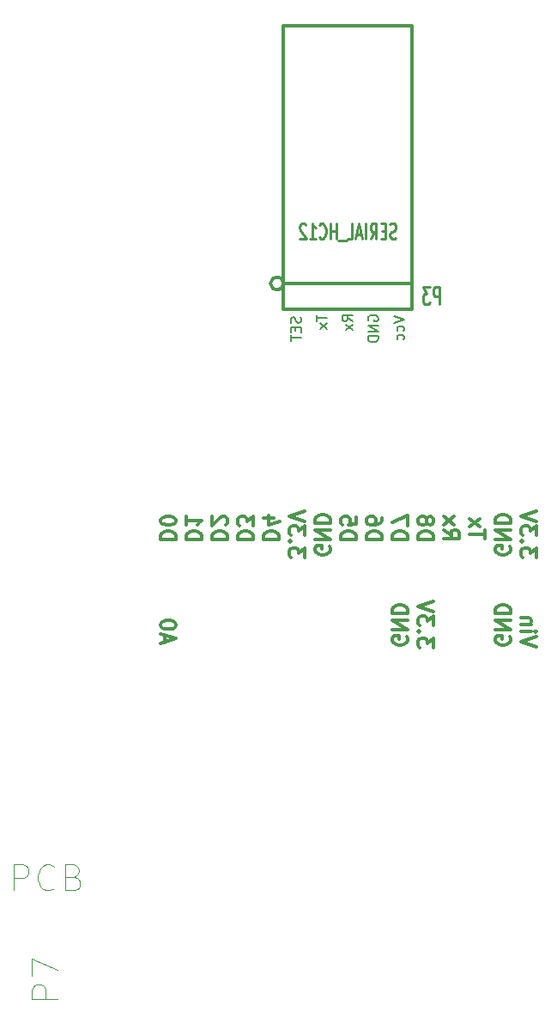
<source format=gbr>
G04 #@! TF.FileFunction,Legend,Bot*
%FSLAX46Y46*%
G04 Gerber Fmt 4.6, Leading zero omitted, Abs format (unit mm)*
G04 Created by KiCad (PCBNEW 4.0.4-stable) date 09/05/17 13:24:04*
%MOMM*%
%LPD*%
G01*
G04 APERTURE LIST*
%ADD10C,0.500000*%
%ADD11C,0.300000*%
%ADD12C,0.271780*%
%ADD13C,0.254000*%
%ADD14C,0.150000*%
%ADD15C,0.088900*%
G04 APERTURE END LIST*
D10*
D11*
X6735000Y38298572D02*
X6735000Y39012858D01*
X6306429Y38155715D02*
X7806429Y38655715D01*
X6306429Y39155715D01*
X7806429Y39941429D02*
X7806429Y40084286D01*
X7735000Y40227143D01*
X7663571Y40298572D01*
X7520714Y40370001D01*
X7235000Y40441429D01*
X6877857Y40441429D01*
X6592143Y40370001D01*
X6449286Y40298572D01*
X6377857Y40227143D01*
X6306429Y40084286D01*
X6306429Y39941429D01*
X6377857Y39798572D01*
X6449286Y39727143D01*
X6592143Y39655715D01*
X6877857Y39584286D01*
X7235000Y39584286D01*
X7520714Y39655715D01*
X7663571Y39727143D01*
X7735000Y39798572D01*
X7806429Y39941429D01*
X43366429Y37834286D02*
X41866429Y38334286D01*
X43366429Y38834286D01*
X41866429Y39334286D02*
X42866429Y39334286D01*
X43366429Y39334286D02*
X43295000Y39262857D01*
X43223571Y39334286D01*
X43295000Y39405714D01*
X43366429Y39334286D01*
X43223571Y39334286D01*
X42866429Y40048572D02*
X41866429Y40048572D01*
X42723571Y40048572D02*
X42795000Y40120000D01*
X42866429Y40262858D01*
X42866429Y40477143D01*
X42795000Y40620000D01*
X42652143Y40691429D01*
X41866429Y40691429D01*
X43366429Y46680715D02*
X43366429Y47609286D01*
X42795000Y47109286D01*
X42795000Y47323572D01*
X42723571Y47466429D01*
X42652143Y47537858D01*
X42509286Y47609286D01*
X42152143Y47609286D01*
X42009286Y47537858D01*
X41937857Y47466429D01*
X41866429Y47323572D01*
X41866429Y46895000D01*
X41937857Y46752143D01*
X42009286Y46680715D01*
X42009286Y48252143D02*
X41937857Y48323571D01*
X41866429Y48252143D01*
X41937857Y48180714D01*
X42009286Y48252143D01*
X41866429Y48252143D01*
X43366429Y48823572D02*
X43366429Y49752143D01*
X42795000Y49252143D01*
X42795000Y49466429D01*
X42723571Y49609286D01*
X42652143Y49680715D01*
X42509286Y49752143D01*
X42152143Y49752143D01*
X42009286Y49680715D01*
X41937857Y49609286D01*
X41866429Y49466429D01*
X41866429Y49037857D01*
X41937857Y48895000D01*
X42009286Y48823572D01*
X43366429Y50180714D02*
X41866429Y50680714D01*
X43366429Y51180714D01*
X33206429Y37790715D02*
X33206429Y38719286D01*
X32635000Y38219286D01*
X32635000Y38433572D01*
X32563571Y38576429D01*
X32492143Y38647858D01*
X32349286Y38719286D01*
X31992143Y38719286D01*
X31849286Y38647858D01*
X31777857Y38576429D01*
X31706429Y38433572D01*
X31706429Y38005000D01*
X31777857Y37862143D01*
X31849286Y37790715D01*
X31849286Y39362143D02*
X31777857Y39433571D01*
X31706429Y39362143D01*
X31777857Y39290714D01*
X31849286Y39362143D01*
X31706429Y39362143D01*
X33206429Y39933572D02*
X33206429Y40862143D01*
X32635000Y40362143D01*
X32635000Y40576429D01*
X32563571Y40719286D01*
X32492143Y40790715D01*
X32349286Y40862143D01*
X31992143Y40862143D01*
X31849286Y40790715D01*
X31777857Y40719286D01*
X31706429Y40576429D01*
X31706429Y40147857D01*
X31777857Y40005000D01*
X31849286Y39933572D01*
X33206429Y41290714D02*
X31706429Y41790714D01*
X33206429Y42290714D01*
X40755000Y38862143D02*
X40826429Y38719286D01*
X40826429Y38505000D01*
X40755000Y38290715D01*
X40612143Y38147857D01*
X40469286Y38076429D01*
X40183571Y38005000D01*
X39969286Y38005000D01*
X39683571Y38076429D01*
X39540714Y38147857D01*
X39397857Y38290715D01*
X39326429Y38505000D01*
X39326429Y38647857D01*
X39397857Y38862143D01*
X39469286Y38933572D01*
X39969286Y38933572D01*
X39969286Y38647857D01*
X39326429Y39576429D02*
X40826429Y39576429D01*
X39326429Y40433572D01*
X40826429Y40433572D01*
X39326429Y41147858D02*
X40826429Y41147858D01*
X40826429Y41505001D01*
X40755000Y41719286D01*
X40612143Y41862144D01*
X40469286Y41933572D01*
X40183571Y42005001D01*
X39969286Y42005001D01*
X39683571Y41933572D01*
X39540714Y41862144D01*
X39397857Y41719286D01*
X39326429Y41505001D01*
X39326429Y41147858D01*
X30595000Y38862143D02*
X30666429Y38719286D01*
X30666429Y38505000D01*
X30595000Y38290715D01*
X30452143Y38147857D01*
X30309286Y38076429D01*
X30023571Y38005000D01*
X29809286Y38005000D01*
X29523571Y38076429D01*
X29380714Y38147857D01*
X29237857Y38290715D01*
X29166429Y38505000D01*
X29166429Y38647857D01*
X29237857Y38862143D01*
X29309286Y38933572D01*
X29809286Y38933572D01*
X29809286Y38647857D01*
X29166429Y39576429D02*
X30666429Y39576429D01*
X29166429Y40433572D01*
X30666429Y40433572D01*
X29166429Y41147858D02*
X30666429Y41147858D01*
X30666429Y41505001D01*
X30595000Y41719286D01*
X30452143Y41862144D01*
X30309286Y41933572D01*
X30023571Y42005001D01*
X29809286Y42005001D01*
X29523571Y41933572D01*
X29380714Y41862144D01*
X29237857Y41719286D01*
X29166429Y41505001D01*
X29166429Y41147858D01*
X40755000Y47752143D02*
X40826429Y47609286D01*
X40826429Y47395000D01*
X40755000Y47180715D01*
X40612143Y47037857D01*
X40469286Y46966429D01*
X40183571Y46895000D01*
X39969286Y46895000D01*
X39683571Y46966429D01*
X39540714Y47037857D01*
X39397857Y47180715D01*
X39326429Y47395000D01*
X39326429Y47537857D01*
X39397857Y47752143D01*
X39469286Y47823572D01*
X39969286Y47823572D01*
X39969286Y47537857D01*
X39326429Y48466429D02*
X40826429Y48466429D01*
X39326429Y49323572D01*
X40826429Y49323572D01*
X39326429Y50037858D02*
X40826429Y50037858D01*
X40826429Y50395001D01*
X40755000Y50609286D01*
X40612143Y50752144D01*
X40469286Y50823572D01*
X40183571Y50895001D01*
X39969286Y50895001D01*
X39683571Y50823572D01*
X39540714Y50752144D01*
X39397857Y50609286D01*
X39326429Y50395001D01*
X39326429Y50037858D01*
X38286429Y48494286D02*
X38286429Y49351429D01*
X36786429Y48922858D02*
X38286429Y48922858D01*
X36786429Y49708572D02*
X37786429Y50494286D01*
X37786429Y49708572D02*
X36786429Y50494286D01*
X34246429Y49387143D02*
X34960714Y48887143D01*
X34246429Y48530000D02*
X35746429Y48530000D01*
X35746429Y49101428D01*
X35675000Y49244286D01*
X35603571Y49315714D01*
X35460714Y49387143D01*
X35246429Y49387143D01*
X35103571Y49315714D01*
X35032143Y49244286D01*
X34960714Y49101428D01*
X34960714Y48530000D01*
X34246429Y49887143D02*
X35246429Y50672857D01*
X35246429Y49887143D02*
X34246429Y50672857D01*
X31706429Y48422858D02*
X33206429Y48422858D01*
X33206429Y48780001D01*
X33135000Y48994286D01*
X32992143Y49137144D01*
X32849286Y49208572D01*
X32563571Y49280001D01*
X32349286Y49280001D01*
X32063571Y49208572D01*
X31920714Y49137144D01*
X31777857Y48994286D01*
X31706429Y48780001D01*
X31706429Y48422858D01*
X32563571Y50137144D02*
X32635000Y49994286D01*
X32706429Y49922858D01*
X32849286Y49851429D01*
X32920714Y49851429D01*
X33063571Y49922858D01*
X33135000Y49994286D01*
X33206429Y50137144D01*
X33206429Y50422858D01*
X33135000Y50565715D01*
X33063571Y50637144D01*
X32920714Y50708572D01*
X32849286Y50708572D01*
X32706429Y50637144D01*
X32635000Y50565715D01*
X32563571Y50422858D01*
X32563571Y50137144D01*
X32492143Y49994286D01*
X32420714Y49922858D01*
X32277857Y49851429D01*
X31992143Y49851429D01*
X31849286Y49922858D01*
X31777857Y49994286D01*
X31706429Y50137144D01*
X31706429Y50422858D01*
X31777857Y50565715D01*
X31849286Y50637144D01*
X31992143Y50708572D01*
X32277857Y50708572D01*
X32420714Y50637144D01*
X32492143Y50565715D01*
X32563571Y50422858D01*
X29166429Y48422858D02*
X30666429Y48422858D01*
X30666429Y48780001D01*
X30595000Y48994286D01*
X30452143Y49137144D01*
X30309286Y49208572D01*
X30023571Y49280001D01*
X29809286Y49280001D01*
X29523571Y49208572D01*
X29380714Y49137144D01*
X29237857Y48994286D01*
X29166429Y48780001D01*
X29166429Y48422858D01*
X30666429Y49780001D02*
X30666429Y50780001D01*
X29166429Y50137144D01*
X26626429Y48422858D02*
X28126429Y48422858D01*
X28126429Y48780001D01*
X28055000Y48994286D01*
X27912143Y49137144D01*
X27769286Y49208572D01*
X27483571Y49280001D01*
X27269286Y49280001D01*
X26983571Y49208572D01*
X26840714Y49137144D01*
X26697857Y48994286D01*
X26626429Y48780001D01*
X26626429Y48422858D01*
X28126429Y50565715D02*
X28126429Y50280001D01*
X28055000Y50137144D01*
X27983571Y50065715D01*
X27769286Y49922858D01*
X27483571Y49851429D01*
X26912143Y49851429D01*
X26769286Y49922858D01*
X26697857Y49994286D01*
X26626429Y50137144D01*
X26626429Y50422858D01*
X26697857Y50565715D01*
X26769286Y50637144D01*
X26912143Y50708572D01*
X27269286Y50708572D01*
X27412143Y50637144D01*
X27483571Y50565715D01*
X27555000Y50422858D01*
X27555000Y50137144D01*
X27483571Y49994286D01*
X27412143Y49922858D01*
X27269286Y49851429D01*
X24086429Y48422858D02*
X25586429Y48422858D01*
X25586429Y48780001D01*
X25515000Y48994286D01*
X25372143Y49137144D01*
X25229286Y49208572D01*
X24943571Y49280001D01*
X24729286Y49280001D01*
X24443571Y49208572D01*
X24300714Y49137144D01*
X24157857Y48994286D01*
X24086429Y48780001D01*
X24086429Y48422858D01*
X25586429Y50637144D02*
X25586429Y49922858D01*
X24872143Y49851429D01*
X24943571Y49922858D01*
X25015000Y50065715D01*
X25015000Y50422858D01*
X24943571Y50565715D01*
X24872143Y50637144D01*
X24729286Y50708572D01*
X24372143Y50708572D01*
X24229286Y50637144D01*
X24157857Y50565715D01*
X24086429Y50422858D01*
X24086429Y50065715D01*
X24157857Y49922858D01*
X24229286Y49851429D01*
X22975000Y47752143D02*
X23046429Y47609286D01*
X23046429Y47395000D01*
X22975000Y47180715D01*
X22832143Y47037857D01*
X22689286Y46966429D01*
X22403571Y46895000D01*
X22189286Y46895000D01*
X21903571Y46966429D01*
X21760714Y47037857D01*
X21617857Y47180715D01*
X21546429Y47395000D01*
X21546429Y47537857D01*
X21617857Y47752143D01*
X21689286Y47823572D01*
X22189286Y47823572D01*
X22189286Y47537857D01*
X21546429Y48466429D02*
X23046429Y48466429D01*
X21546429Y49323572D01*
X23046429Y49323572D01*
X21546429Y50037858D02*
X23046429Y50037858D01*
X23046429Y50395001D01*
X22975000Y50609286D01*
X22832143Y50752144D01*
X22689286Y50823572D01*
X22403571Y50895001D01*
X22189286Y50895001D01*
X21903571Y50823572D01*
X21760714Y50752144D01*
X21617857Y50609286D01*
X21546429Y50395001D01*
X21546429Y50037858D01*
X20506429Y46680715D02*
X20506429Y47609286D01*
X19935000Y47109286D01*
X19935000Y47323572D01*
X19863571Y47466429D01*
X19792143Y47537858D01*
X19649286Y47609286D01*
X19292143Y47609286D01*
X19149286Y47537858D01*
X19077857Y47466429D01*
X19006429Y47323572D01*
X19006429Y46895000D01*
X19077857Y46752143D01*
X19149286Y46680715D01*
X19149286Y48252143D02*
X19077857Y48323571D01*
X19006429Y48252143D01*
X19077857Y48180714D01*
X19149286Y48252143D01*
X19006429Y48252143D01*
X20506429Y48823572D02*
X20506429Y49752143D01*
X19935000Y49252143D01*
X19935000Y49466429D01*
X19863571Y49609286D01*
X19792143Y49680715D01*
X19649286Y49752143D01*
X19292143Y49752143D01*
X19149286Y49680715D01*
X19077857Y49609286D01*
X19006429Y49466429D01*
X19006429Y49037857D01*
X19077857Y48895000D01*
X19149286Y48823572D01*
X20506429Y50180714D02*
X19006429Y50680714D01*
X20506429Y51180714D01*
X16466429Y48422858D02*
X17966429Y48422858D01*
X17966429Y48780001D01*
X17895000Y48994286D01*
X17752143Y49137144D01*
X17609286Y49208572D01*
X17323571Y49280001D01*
X17109286Y49280001D01*
X16823571Y49208572D01*
X16680714Y49137144D01*
X16537857Y48994286D01*
X16466429Y48780001D01*
X16466429Y48422858D01*
X17466429Y50565715D02*
X16466429Y50565715D01*
X18037857Y50208572D02*
X16966429Y49851429D01*
X16966429Y50780001D01*
X13926429Y48422858D02*
X15426429Y48422858D01*
X15426429Y48780001D01*
X15355000Y48994286D01*
X15212143Y49137144D01*
X15069286Y49208572D01*
X14783571Y49280001D01*
X14569286Y49280001D01*
X14283571Y49208572D01*
X14140714Y49137144D01*
X13997857Y48994286D01*
X13926429Y48780001D01*
X13926429Y48422858D01*
X15426429Y49780001D02*
X15426429Y50708572D01*
X14855000Y50208572D01*
X14855000Y50422858D01*
X14783571Y50565715D01*
X14712143Y50637144D01*
X14569286Y50708572D01*
X14212143Y50708572D01*
X14069286Y50637144D01*
X13997857Y50565715D01*
X13926429Y50422858D01*
X13926429Y49994286D01*
X13997857Y49851429D01*
X14069286Y49780001D01*
X11386429Y48422858D02*
X12886429Y48422858D01*
X12886429Y48780001D01*
X12815000Y48994286D01*
X12672143Y49137144D01*
X12529286Y49208572D01*
X12243571Y49280001D01*
X12029286Y49280001D01*
X11743571Y49208572D01*
X11600714Y49137144D01*
X11457857Y48994286D01*
X11386429Y48780001D01*
X11386429Y48422858D01*
X12743571Y49851429D02*
X12815000Y49922858D01*
X12886429Y50065715D01*
X12886429Y50422858D01*
X12815000Y50565715D01*
X12743571Y50637144D01*
X12600714Y50708572D01*
X12457857Y50708572D01*
X12243571Y50637144D01*
X11386429Y49780001D01*
X11386429Y50708572D01*
X8846429Y48422858D02*
X10346429Y48422858D01*
X10346429Y48780001D01*
X10275000Y48994286D01*
X10132143Y49137144D01*
X9989286Y49208572D01*
X9703571Y49280001D01*
X9489286Y49280001D01*
X9203571Y49208572D01*
X9060714Y49137144D01*
X8917857Y48994286D01*
X8846429Y48780001D01*
X8846429Y48422858D01*
X8846429Y50708572D02*
X8846429Y49851429D01*
X8846429Y50280001D02*
X10346429Y50280001D01*
X10132143Y50137144D01*
X9989286Y49994286D01*
X9917857Y49851429D01*
X6306429Y48422858D02*
X7806429Y48422858D01*
X7806429Y48780001D01*
X7735000Y48994286D01*
X7592143Y49137144D01*
X7449286Y49208572D01*
X7163571Y49280001D01*
X6949286Y49280001D01*
X6663571Y49208572D01*
X6520714Y49137144D01*
X6377857Y48994286D01*
X6306429Y48780001D01*
X6306429Y48422858D01*
X7806429Y50208572D02*
X7806429Y50351429D01*
X7735000Y50494286D01*
X7663571Y50565715D01*
X7520714Y50637144D01*
X7235000Y50708572D01*
X6877857Y50708572D01*
X6592143Y50637144D01*
X6449286Y50565715D01*
X6377857Y50494286D01*
X6306429Y50351429D01*
X6306429Y50208572D01*
X6377857Y50065715D01*
X6449286Y49994286D01*
X6592143Y49922858D01*
X6877857Y49851429D01*
X7235000Y49851429D01*
X7520714Y49922858D01*
X7663571Y49994286D01*
X7735000Y50065715D01*
X7806429Y50208572D01*
X31115000Y71120000D02*
X31115000Y90805000D01*
X31115000Y90805000D02*
X31115000Y99060000D01*
X31115000Y99060000D02*
X18415000Y99060000D01*
X18415000Y99060000D02*
X18415000Y71120000D01*
X18415000Y73660000D02*
G75*
G03X18415000Y73660000I-635000J0D01*
G01*
X31115000Y71120000D02*
X18415000Y71120000D01*
X18415000Y71120000D02*
X18415000Y73660000D01*
X18415000Y73660000D02*
X31115000Y73660000D01*
X31115000Y73660000D02*
X31115000Y71120000D01*
D12*
X33822398Y71607499D02*
X33822398Y73337239D01*
X33408257Y73337239D01*
X33304722Y73254870D01*
X33252954Y73172501D01*
X33201186Y73007764D01*
X33201186Y72760659D01*
X33252954Y72595921D01*
X33304722Y72513553D01*
X33408257Y72431184D01*
X33822398Y72431184D01*
X32838813Y73337239D02*
X32165834Y73337239D01*
X32528207Y72678290D01*
X32372905Y72678290D01*
X32269369Y72595921D01*
X32217602Y72513553D01*
X32165834Y72348816D01*
X32165834Y71936973D01*
X32217602Y71772236D01*
X32269369Y71689867D01*
X32372905Y71607499D01*
X32683510Y71607499D01*
X32787046Y71689867D01*
X32838813Y71772236D01*
D13*
X29506333Y78123143D02*
X29361190Y78050571D01*
X29119286Y78050571D01*
X29022524Y78123143D01*
X28974143Y78195714D01*
X28925762Y78340857D01*
X28925762Y78486000D01*
X28974143Y78631143D01*
X29022524Y78703714D01*
X29119286Y78776286D01*
X29312809Y78848857D01*
X29409571Y78921429D01*
X29457952Y78994000D01*
X29506333Y79139143D01*
X29506333Y79284286D01*
X29457952Y79429429D01*
X29409571Y79502000D01*
X29312809Y79574571D01*
X29070905Y79574571D01*
X28925762Y79502000D01*
X28490333Y78848857D02*
X28151667Y78848857D01*
X28006524Y78050571D02*
X28490333Y78050571D01*
X28490333Y79574571D01*
X28006524Y79574571D01*
X26990524Y78050571D02*
X27329190Y78776286D01*
X27571095Y78050571D02*
X27571095Y79574571D01*
X27184048Y79574571D01*
X27087286Y79502000D01*
X27038905Y79429429D01*
X26990524Y79284286D01*
X26990524Y79066571D01*
X27038905Y78921429D01*
X27087286Y78848857D01*
X27184048Y78776286D01*
X27571095Y78776286D01*
X26555095Y78050571D02*
X26555095Y79574571D01*
X26119666Y78486000D02*
X25635857Y78486000D01*
X26216428Y78050571D02*
X25877761Y79574571D01*
X25539095Y78050571D01*
X24716619Y78050571D02*
X25200428Y78050571D01*
X25200428Y79574571D01*
X24619857Y77905429D02*
X23845762Y77905429D01*
X23603857Y78050571D02*
X23603857Y79574571D01*
X23603857Y78848857D02*
X23023286Y78848857D01*
X23023286Y78050571D02*
X23023286Y79574571D01*
X21958905Y78195714D02*
X22007286Y78123143D01*
X22152429Y78050571D01*
X22249191Y78050571D01*
X22394333Y78123143D01*
X22491095Y78268286D01*
X22539476Y78413429D01*
X22587857Y78703714D01*
X22587857Y78921429D01*
X22539476Y79211714D01*
X22491095Y79356857D01*
X22394333Y79502000D01*
X22249191Y79574571D01*
X22152429Y79574571D01*
X22007286Y79502000D01*
X21958905Y79429429D01*
X20991286Y78050571D02*
X21571857Y78050571D01*
X21281571Y78050571D02*
X21281571Y79574571D01*
X21378333Y79356857D01*
X21475095Y79211714D01*
X21571857Y79139143D01*
X20604238Y79429429D02*
X20555857Y79502000D01*
X20459095Y79574571D01*
X20217191Y79574571D01*
X20120429Y79502000D01*
X20072048Y79429429D01*
X20023667Y79284286D01*
X20023667Y79139143D01*
X20072048Y78921429D01*
X20652619Y78050571D01*
X20023667Y78050571D01*
D14*
X29297381Y70405476D02*
X30297381Y70072143D01*
X29297381Y69738809D01*
X30249762Y68976904D02*
X30297381Y69072142D01*
X30297381Y69262619D01*
X30249762Y69357857D01*
X30202143Y69405476D01*
X30106905Y69453095D01*
X29821190Y69453095D01*
X29725952Y69405476D01*
X29678333Y69357857D01*
X29630714Y69262619D01*
X29630714Y69072142D01*
X29678333Y68976904D01*
X30249762Y68119761D02*
X30297381Y68214999D01*
X30297381Y68405476D01*
X30249762Y68500714D01*
X30202143Y68548333D01*
X30106905Y68595952D01*
X29821190Y68595952D01*
X29725952Y68548333D01*
X29678333Y68500714D01*
X29630714Y68405476D01*
X29630714Y68214999D01*
X29678333Y68119761D01*
X26805000Y69976904D02*
X26757381Y70072142D01*
X26757381Y70214999D01*
X26805000Y70357857D01*
X26900238Y70453095D01*
X26995476Y70500714D01*
X27185952Y70548333D01*
X27328810Y70548333D01*
X27519286Y70500714D01*
X27614524Y70453095D01*
X27709762Y70357857D01*
X27757381Y70214999D01*
X27757381Y70119761D01*
X27709762Y69976904D01*
X27662143Y69929285D01*
X27328810Y69929285D01*
X27328810Y70119761D01*
X27757381Y69500714D02*
X26757381Y69500714D01*
X27757381Y68929285D01*
X26757381Y68929285D01*
X27757381Y68453095D02*
X26757381Y68453095D01*
X26757381Y68215000D01*
X26805000Y68072142D01*
X26900238Y67976904D01*
X26995476Y67929285D01*
X27185952Y67881666D01*
X27328810Y67881666D01*
X27519286Y67929285D01*
X27614524Y67976904D01*
X27709762Y68072142D01*
X27757381Y68215000D01*
X27757381Y68453095D01*
X25217381Y69945238D02*
X24741190Y70278572D01*
X25217381Y70516667D02*
X24217381Y70516667D01*
X24217381Y70135714D01*
X24265000Y70040476D01*
X24312619Y69992857D01*
X24407857Y69945238D01*
X24550714Y69945238D01*
X24645952Y69992857D01*
X24693571Y70040476D01*
X24741190Y70135714D01*
X24741190Y70516667D01*
X25217381Y69611905D02*
X24550714Y69088095D01*
X24550714Y69611905D02*
X25217381Y69088095D01*
X21677381Y70540476D02*
X21677381Y69969047D01*
X22677381Y70254762D02*
X21677381Y70254762D01*
X22677381Y69730952D02*
X22010714Y69207142D01*
X22010714Y69730952D02*
X22677381Y69207142D01*
X20089762Y70334048D02*
X20137381Y70191191D01*
X20137381Y69953095D01*
X20089762Y69857857D01*
X20042143Y69810238D01*
X19946905Y69762619D01*
X19851667Y69762619D01*
X19756429Y69810238D01*
X19708810Y69857857D01*
X19661190Y69953095D01*
X19613571Y70143572D01*
X19565952Y70238810D01*
X19518333Y70286429D01*
X19423095Y70334048D01*
X19327857Y70334048D01*
X19232619Y70286429D01*
X19185000Y70238810D01*
X19137381Y70143572D01*
X19137381Y69905476D01*
X19185000Y69762619D01*
X19613571Y69334048D02*
X19613571Y69000714D01*
X20137381Y68857857D02*
X20137381Y69334048D01*
X19137381Y69334048D01*
X19137381Y68857857D01*
X19137381Y68572143D02*
X19137381Y68000714D01*
X20137381Y68286429D02*
X19137381Y68286429D01*
D15*
X-3850952Y3125238D02*
X-6390952Y3125238D01*
X-6390952Y4092857D01*
X-6270000Y4334762D01*
X-6149048Y4455714D01*
X-5907143Y4576666D01*
X-5544286Y4576666D01*
X-5302381Y4455714D01*
X-5181429Y4334762D01*
X-5060476Y4092857D01*
X-5060476Y3125238D01*
X-6390952Y5423333D02*
X-6390952Y7116666D01*
X-3850952Y6028095D01*
X-8205238Y13850952D02*
X-8205238Y16390952D01*
X-7237619Y16390952D01*
X-6995714Y16270000D01*
X-6874762Y16149048D01*
X-6753810Y15907143D01*
X-6753810Y15544286D01*
X-6874762Y15302381D01*
X-6995714Y15181429D01*
X-7237619Y15060476D01*
X-8205238Y15060476D01*
X-4213810Y14092857D02*
X-4334762Y13971905D01*
X-4697619Y13850952D01*
X-4939524Y13850952D01*
X-5302381Y13971905D01*
X-5544286Y14213810D01*
X-5665238Y14455714D01*
X-5786190Y14939524D01*
X-5786190Y15302381D01*
X-5665238Y15786190D01*
X-5544286Y16028095D01*
X-5302381Y16270000D01*
X-4939524Y16390952D01*
X-4697619Y16390952D01*
X-4334762Y16270000D01*
X-4213810Y16149048D01*
X-2278571Y15181429D02*
X-1915714Y15060476D01*
X-1794762Y14939524D01*
X-1673810Y14697619D01*
X-1673810Y14334762D01*
X-1794762Y14092857D01*
X-1915714Y13971905D01*
X-2157619Y13850952D01*
X-3125238Y13850952D01*
X-3125238Y16390952D01*
X-2278571Y16390952D01*
X-2036667Y16270000D01*
X-1915714Y16149048D01*
X-1794762Y15907143D01*
X-1794762Y15665238D01*
X-1915714Y15423333D01*
X-2036667Y15302381D01*
X-2278571Y15181429D01*
X-3125238Y15181429D01*
M02*

</source>
